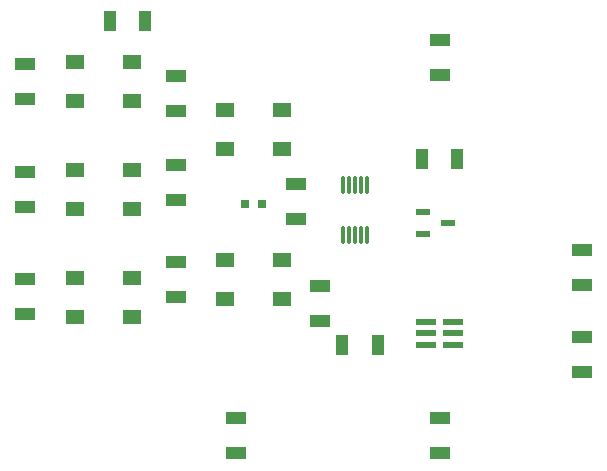
<source format=gtp>
G04*
G04 #@! TF.GenerationSoftware,Altium Limited,Altium Designer,21.6.4 (81)*
G04*
G04 Layer_Color=8421504*
%FSLAX25Y25*%
%MOIN*%
G70*
G04*
G04 #@! TF.SameCoordinates,79665CF2-DF80-4226-BAFE-3DB74E170362*
G04*
G04*
G04 #@! TF.FilePolarity,Positive*
G04*
G01*
G75*
G04:AMPARAMS|DCode=17|XSize=48.82mil|YSize=23.23mil|CornerRadius=5.81mil|HoleSize=0mil|Usage=FLASHONLY|Rotation=0.000|XOffset=0mil|YOffset=0mil|HoleType=Round|Shape=RoundedRectangle|*
%AMROUNDEDRECTD17*
21,1,0.04882,0.01161,0,0,0.0*
21,1,0.03720,0.02323,0,0,0.0*
1,1,0.01161,0.01860,-0.00581*
1,1,0.01161,-0.01860,-0.00581*
1,1,0.01161,-0.01860,0.00581*
1,1,0.01161,0.01860,0.00581*
%
%ADD17ROUNDEDRECTD17*%
G04:AMPARAMS|DCode=18|XSize=57.87mil|YSize=11.02mil|CornerRadius=1.38mil|HoleSize=0mil|Usage=FLASHONLY|Rotation=270.000|XOffset=0mil|YOffset=0mil|HoleType=Round|Shape=RoundedRectangle|*
%AMROUNDEDRECTD18*
21,1,0.05787,0.00827,0,0,270.0*
21,1,0.05512,0.01102,0,0,270.0*
1,1,0.00276,-0.00413,-0.02756*
1,1,0.00276,-0.00413,0.02756*
1,1,0.00276,0.00413,0.02756*
1,1,0.00276,0.00413,-0.02756*
%
%ADD18ROUNDEDRECTD18*%
%ADD19R,0.07100X0.04400*%
%ADD20R,0.06200X0.04750*%
%ADD21R,0.03150X0.03150*%
G04:AMPARAMS|DCode=22|XSize=63.39mil|YSize=23.23mil|CornerRadius=2.9mil|HoleSize=0mil|Usage=FLASHONLY|Rotation=180.000|XOffset=0mil|YOffset=0mil|HoleType=Round|Shape=RoundedRectangle|*
%AMROUNDEDRECTD22*
21,1,0.06339,0.01742,0,0,180.0*
21,1,0.05758,0.02323,0,0,180.0*
1,1,0.00581,-0.02879,0.00871*
1,1,0.00581,0.02879,0.00871*
1,1,0.00581,0.02879,-0.00871*
1,1,0.00581,-0.02879,-0.00871*
%
%ADD22ROUNDEDRECTD22*%
%ADD23R,0.04400X0.07100*%
D17*
X144402Y112534D02*
D03*
Y105054D02*
D03*
X152710Y108794D02*
D03*
D18*
X125816Y121607D02*
D03*
X123848D02*
D03*
X121879D02*
D03*
X119911D02*
D03*
X117942D02*
D03*
Y104678D02*
D03*
X119911D02*
D03*
X121879D02*
D03*
X123848D02*
D03*
X125816D02*
D03*
D19*
X102000Y121900D02*
D03*
Y110100D02*
D03*
X110000Y76100D02*
D03*
Y87900D02*
D03*
X150000Y169900D02*
D03*
Y158100D02*
D03*
X197570Y99956D02*
D03*
Y88156D02*
D03*
Y59100D02*
D03*
Y70900D02*
D03*
X62000Y146100D02*
D03*
Y157900D02*
D03*
Y128146D02*
D03*
Y116346D02*
D03*
X11837Y161900D02*
D03*
Y150100D02*
D03*
Y125900D02*
D03*
Y114100D02*
D03*
Y90282D02*
D03*
Y78482D02*
D03*
X62000Y84100D02*
D03*
Y95900D02*
D03*
X82000Y32100D02*
D03*
Y43900D02*
D03*
X150000Y32100D02*
D03*
Y43900D02*
D03*
D20*
X78400Y83650D02*
D03*
X97600D02*
D03*
X78400Y96350D02*
D03*
X97600D02*
D03*
X78400Y133650D02*
D03*
X97600D02*
D03*
X78400Y146350D02*
D03*
X97600D02*
D03*
X28400Y149650D02*
D03*
X47600D02*
D03*
X28400Y162350D02*
D03*
X47600D02*
D03*
X28400Y113650D02*
D03*
X47600D02*
D03*
X28400Y126350D02*
D03*
X47600D02*
D03*
X28400Y77650D02*
D03*
X47600D02*
D03*
X28400Y90350D02*
D03*
X47600D02*
D03*
D21*
X90953Y115000D02*
D03*
X85047D02*
D03*
D22*
X154508Y75740D02*
D03*
Y72000D02*
D03*
Y68260D02*
D03*
X145492D02*
D03*
Y72000D02*
D03*
Y75740D02*
D03*
D23*
X117600Y68000D02*
D03*
X129400D02*
D03*
X51900Y176000D02*
D03*
X40100D02*
D03*
X155900Y130000D02*
D03*
X144100D02*
D03*
M02*

</source>
